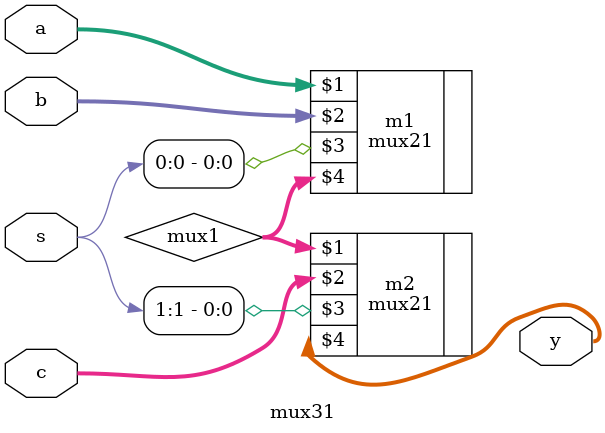
<source format=v>
module mux31 #(parameter N = 8) (a, b, c, s, y);
  input wire [N-1:0] a; //00
  input wire [N-1:0] b; //01
  input wire [N-1:0] c; //10
  input wire [1:0] s;
  output wire [N-1:0] y;
  
  wire [N-1:0] mux1;
  mux21 m1(a, b, s[0], mux1);
  mux21 m2(mux1, c, s[1], y);
endmodule
</source>
